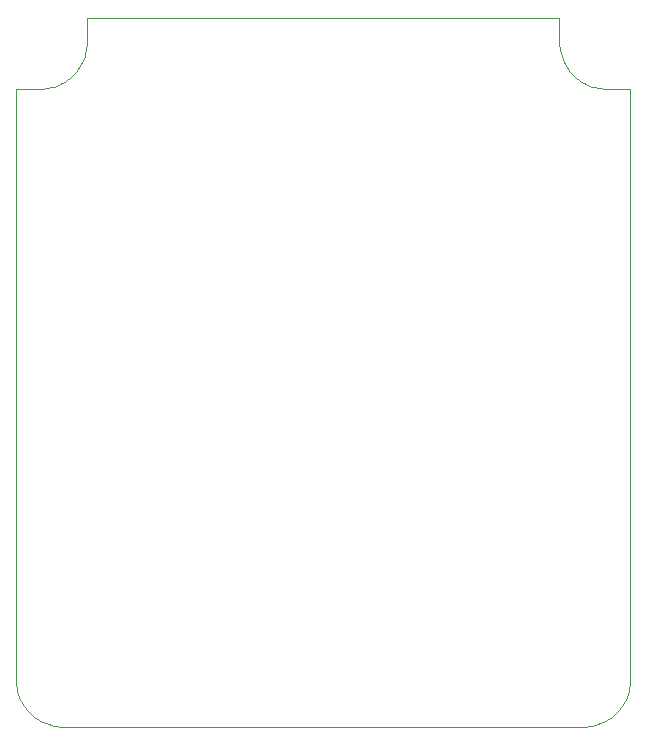
<source format=gko>
G04*
G04 #@! TF.GenerationSoftware,Altium Limited,Altium Designer,24.2.2 (26)*
G04*
G04 Layer_Color=16711935*
%FSLAX25Y25*%
%MOIN*%
G70*
G04*
G04 #@! TF.SameCoordinates,D69A43C9-FDAF-4BAE-836A-D486D32142D5*
G04*
G04*
G04 #@! TF.FilePolarity,Positive*
G04*
G01*
G75*
%ADD12C,0.00394*%
D12*
X3937Y192913D02*
X3968Y191925D01*
X4061Y190940D01*
X4216Y189962D01*
X4432Y188997D01*
X4708Y188047D01*
X5043Y187116D01*
X5436Y186208D01*
X5885Y185327D01*
X6389Y184475D01*
X6945Y183657D01*
X7551Y182875D01*
X8205Y182133D01*
X8905Y181433D01*
X9647Y180779D01*
X10429Y180173D01*
X11247Y179617D01*
X12098Y179113D01*
X12980Y178664D01*
X13888Y178271D01*
X14819Y177936D01*
X15769Y177660D01*
X16734Y177444D01*
X17711Y177289D01*
X18696Y177196D01*
X19685Y177165D01*
X192913D02*
X193902Y177196D01*
X194887Y177289D01*
X195864Y177444D01*
X196830Y177660D01*
X197780Y177936D01*
X198711Y178271D01*
X199619Y178664D01*
X200500Y179113D01*
X201352Y179617D01*
X202170Y180173D01*
X202952Y180779D01*
X203694Y181434D01*
X204393Y182133D01*
X205047Y182875D01*
X205654Y183657D01*
X206210Y184475D01*
X206714Y185327D01*
X207163Y186208D01*
X207556Y187116D01*
X207891Y188047D01*
X208167Y188997D01*
X208383Y189962D01*
X208537Y190940D01*
X208630Y191925D01*
X208661Y192913D01*
X185039Y405512D02*
X185071Y404523D01*
X185164Y403538D01*
X185318Y402561D01*
X185534Y401595D01*
X185810Y400645D01*
X186145Y399715D01*
X186538Y398807D01*
X186987Y397925D01*
X187491Y397074D01*
X188047Y396255D01*
X188653Y395474D01*
X189308Y394731D01*
X190007Y394032D01*
X190749Y393378D01*
X191531Y392771D01*
X192349Y392215D01*
X193201Y391712D01*
X194082Y391263D01*
X194990Y390870D01*
X195921Y390534D01*
X196871Y390259D01*
X197837Y390043D01*
X198814Y389888D01*
X199799Y389795D01*
X200787Y389764D01*
X11811D02*
X12800Y389795D01*
X13785Y389888D01*
X14762Y390043D01*
X15727Y390259D01*
X16677Y390534D01*
X17608Y390870D01*
X18516Y391263D01*
X19398Y391712D01*
X20249Y392215D01*
X21068Y392771D01*
X21849Y393378D01*
X22591Y394032D01*
X23291Y394732D01*
X23945Y395474D01*
X24552Y396255D01*
X25107Y397074D01*
X25611Y397925D01*
X26060Y398807D01*
X26453Y399715D01*
X26788Y400645D01*
X27064Y401595D01*
X27280Y402561D01*
X27435Y403538D01*
X27528Y404523D01*
X27559Y405512D01*
X19685Y177165D02*
X192913D01*
X208661Y192896D02*
X208661Y389764D01*
X3937Y192913D02*
X3937Y389764D01*
X27559Y405512D02*
Y413386D01*
X200787Y389764D02*
X208661D01*
X185039Y405512D02*
Y413386D01*
X27559D02*
X185039D01*
X3937Y389764D02*
X11811D01*
M02*

</source>
